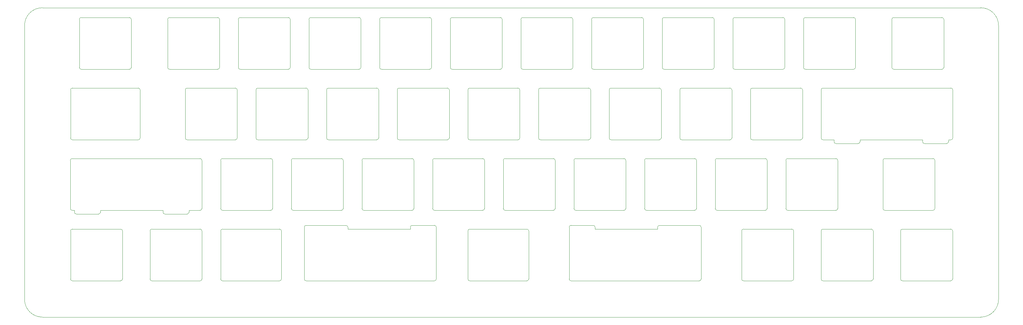
<source format=gm1>
%TF.GenerationSoftware,KiCad,Pcbnew,(6.0.0-0)*%
%TF.CreationDate,2023-01-26T13:02:57+01:00*%
%TF.ProjectId,litl_plate,6c69746c-5f70-46c6-9174-652e6b696361,rev?*%
%TF.SameCoordinates,Original*%
%TF.FileFunction,Profile,NP*%
%FSLAX46Y46*%
G04 Gerber Fmt 4.6, Leading zero omitted, Abs format (unit mm)*
G04 Created by KiCad (PCBNEW (6.0.0-0)) date 2023-01-26 13:02:57*
%MOMM*%
%LPD*%
G01*
G04 APERTURE LIST*
%TA.AperFunction,Profile*%
%ADD10C,0.050000*%
%TD*%
%TA.AperFunction,Profile*%
%ADD11C,0.100000*%
%TD*%
G04 APERTURE END LIST*
D10*
X269017500Y-88530000D02*
X234530000Y-88530000D01*
X166569999Y-140630000D02*
X201150000Y-140630000D01*
X56550000Y-121575000D02*
X56550500Y-122070000D01*
X66550000Y-107570000D02*
X32062500Y-107570000D01*
X123249999Y-126130000D02*
X123249499Y-126625000D01*
X106389999Y-126130000D02*
G75*
G03*
X105885447Y-125630000I-504554J-4575D01*
G01*
X130240001Y-140130000D02*
X130240001Y-126120000D01*
X130240001Y-126120000D02*
G75*
G03*
X129740001Y-125620000I-500001J-1D01*
G01*
X123749999Y-125630000D02*
G75*
G03*
X123249999Y-126130000I1J-500001D01*
G01*
X129740001Y-140630000D02*
G75*
G03*
X130240001Y-140130000I-1J500001D01*
G01*
X105885447Y-125630000D02*
X95160000Y-125620000D01*
X123249499Y-126625000D02*
X106389000Y-126625000D01*
X95160000Y-140630000D02*
X129740001Y-140630000D01*
X95160000Y-125620000D02*
G75*
G03*
X94660000Y-126120000I1J-500001D01*
G01*
X129740001Y-125620000D02*
X123749999Y-125630000D01*
X106389000Y-126625000D02*
X106390000Y-126130000D01*
X94660000Y-126120000D02*
X94660000Y-140130000D01*
X94660000Y-140130000D02*
G75*
G03*
X95160000Y-140630000I500001J1D01*
G01*
X189920000Y-126130000D02*
X189921000Y-126625000D01*
X201150000Y-140630000D02*
G75*
G03*
X201650000Y-140130000I-1J500001D01*
G01*
X166569999Y-125620000D02*
G75*
G03*
X166069999Y-126120000I1J-500001D01*
G01*
X201650000Y-126120000D02*
G75*
G03*
X201150000Y-125620000I-500001J-1D01*
G01*
X173060001Y-126130000D02*
G75*
G03*
X172560001Y-125630000I-500001J-1D01*
G01*
X201150000Y-125620000D02*
X190424553Y-125630000D01*
X166069999Y-140130000D02*
G75*
G03*
X166569999Y-140630000I500001J1D01*
G01*
X189921000Y-126625000D02*
X173060501Y-126625000D01*
X173060501Y-126625000D02*
X173060001Y-126130000D01*
X201650000Y-140130000D02*
X201650000Y-126120000D01*
X190424553Y-125629999D02*
G75*
G03*
X189920000Y-126130000I2J-504576D01*
G01*
X172560001Y-125630000D02*
X166569999Y-125620000D01*
X166069999Y-126120000D02*
X166069999Y-140130000D01*
X269517500Y-89030000D02*
G75*
G03*
X269017500Y-88530000I-500001J-1D01*
G01*
X244501000Y-103030000D02*
X244500000Y-102535000D01*
X237490000Y-102535000D02*
X237490000Y-103027500D01*
X237490000Y-103027500D02*
G75*
G03*
X237990000Y-103527500I500001J1D01*
G01*
X234530000Y-102530000D02*
X237490000Y-102535000D01*
X268370250Y-103030000D02*
X268369750Y-102535000D01*
X268369750Y-102535000D02*
X269017500Y-102530000D01*
X234030000Y-102030000D02*
G75*
G03*
X234530000Y-102530000I500001J1D01*
G01*
X261369999Y-103030000D02*
G75*
G03*
X261869999Y-103530000I500001J1D01*
G01*
X237990000Y-103527500D02*
X243996447Y-103530000D01*
X267870250Y-103530000D02*
G75*
G03*
X268370250Y-103030000I-1J500001D01*
G01*
X244500000Y-102535000D02*
X261369499Y-102535000D01*
X243996447Y-103530001D02*
G75*
G03*
X244501000Y-103030000I-3J504577D01*
G01*
X261369499Y-102535000D02*
X261369999Y-103030000D01*
X234030000Y-89030000D02*
X234030000Y-102030000D01*
X269517500Y-102030000D02*
X269517500Y-89030000D01*
X234530000Y-88530000D02*
G75*
G03*
X234030000Y-89030000I1J-500001D01*
G01*
X269017500Y-102530000D02*
G75*
G03*
X269517500Y-102030000I-1J500001D01*
G01*
X261869999Y-103530000D02*
X267870250Y-103530000D01*
X63550500Y-122070000D02*
X63550000Y-121575000D01*
X63050500Y-122570000D02*
G75*
G03*
X63550500Y-122070000I-1J500001D01*
G01*
X39674500Y-122070000D02*
X39670000Y-121575000D01*
X39174500Y-122570000D02*
G75*
G03*
X39674500Y-122070000I-1J500001D01*
G01*
X31562500Y-108070000D02*
X31562500Y-121070000D01*
X31562500Y-121070000D02*
G75*
G03*
X32062500Y-121570000I500001J1D01*
G01*
X32062500Y-107570000D02*
G75*
G03*
X31562500Y-108070000I1J-500001D01*
G01*
X32674500Y-121575000D02*
X32674500Y-122070000D01*
X67050000Y-108070000D02*
G75*
G03*
X66550000Y-107570000I-500001J-1D01*
G01*
X63550000Y-121575000D02*
X66550000Y-121570000D01*
X33174500Y-122570000D02*
X39174500Y-122570000D01*
X32674500Y-122070000D02*
G75*
G03*
X33174500Y-122570000I500001J1D01*
G01*
X57050500Y-122570000D02*
X63050500Y-122570000D01*
X67050000Y-121070000D02*
X67050000Y-108070000D01*
X39670000Y-121575000D02*
X56550000Y-121575000D01*
X66550000Y-121570000D02*
G75*
G03*
X67050000Y-121070000I-1J500001D01*
G01*
X32062500Y-121570000D02*
X32674500Y-121575000D01*
X56550500Y-122070000D02*
G75*
G03*
X57050500Y-122570000I500000J0D01*
G01*
X49890000Y-88530000D02*
X32115000Y-88530000D01*
X50390000Y-89030000D02*
G75*
G03*
X49890000Y-88530000I-500001J-1D01*
G01*
X32115000Y-88530000D02*
G75*
G03*
X31615000Y-89030000I1J-500001D01*
G01*
X50390000Y-102030000D02*
X50390000Y-89030000D01*
X31615000Y-89030000D02*
X31615000Y-102030000D01*
X49890000Y-102530000D02*
G75*
G03*
X50390000Y-102030000I-1J500001D01*
G01*
X32115000Y-102530000D02*
X49890000Y-102530000D01*
X31615000Y-102030000D02*
G75*
G03*
X32115000Y-102530000I500001J1D01*
G01*
X155160000Y-127130000D02*
G75*
G03*
X154660000Y-126630000I-500001J-1D01*
G01*
X139272500Y-140630000D02*
X154660000Y-140630000D01*
X154660000Y-140630000D02*
G75*
G03*
X155160000Y-140130000I-1J500001D01*
G01*
X155160000Y-140130000D02*
X155160000Y-127130000D01*
X138772500Y-140130000D02*
G75*
G03*
X139272500Y-140630000I500001J1D01*
G01*
X154660000Y-126630000D02*
X139272500Y-126630000D01*
X139272500Y-126630000D02*
G75*
G03*
X138772500Y-127130000I1J-500001D01*
G01*
X138772500Y-127130000D02*
X138772500Y-140130000D01*
X87987500Y-140630000D02*
G75*
G03*
X88487500Y-140130000I-1J500001D01*
G01*
X72600000Y-140630000D02*
X87987500Y-140630000D01*
X88487500Y-140130000D02*
X88487500Y-127130000D01*
X87987500Y-126630000D02*
X72600000Y-126630000D01*
X88487500Y-127130000D02*
G75*
G03*
X87987500Y-126630000I-500001J-1D01*
G01*
X72100000Y-140130000D02*
G75*
G03*
X72600000Y-140630000I500001J1D01*
G01*
X72600000Y-126630000D02*
G75*
G03*
X72100000Y-127130000I0J-500000D01*
G01*
X72100000Y-127130000D02*
X72100000Y-140130000D01*
X31620000Y-140130000D02*
G75*
G03*
X32120000Y-140630000I500001J1D01*
G01*
X45620000Y-127130000D02*
G75*
G03*
X45120000Y-126630000I-500001J-1D01*
G01*
X45120000Y-140630000D02*
G75*
G03*
X45620000Y-140130000I-1J500001D01*
G01*
X45620000Y-140130000D02*
X45620000Y-127130000D01*
X32120000Y-126630000D02*
G75*
G03*
X31620000Y-127130000I1J-500001D01*
G01*
X31620000Y-127130000D02*
X31620000Y-140130000D01*
X32120000Y-140630000D02*
X45120000Y-140630000D01*
X45120000Y-126630000D02*
X32120000Y-126630000D01*
X53050001Y-127129999D02*
X53050001Y-140129999D01*
X66550001Y-140629999D02*
G75*
G03*
X67050001Y-140129999I-1J500001D01*
G01*
X53050001Y-140129999D02*
G75*
G03*
X53550001Y-140629999I500001J1D01*
G01*
X53550001Y-126629999D02*
G75*
G03*
X53050001Y-127129999I1J-500001D01*
G01*
X66550001Y-126629999D02*
X53550001Y-126629999D01*
X67050001Y-127129999D02*
G75*
G03*
X66550001Y-126629999I-500001J-1D01*
G01*
X53550001Y-140629999D02*
X66550001Y-140629999D01*
X67050001Y-140129999D02*
X67050001Y-127129999D01*
X213090001Y-140629999D02*
X226090001Y-140629999D01*
X226090001Y-140629999D02*
G75*
G03*
X226590001Y-140129999I-1J500001D01*
G01*
X226090001Y-126629999D02*
X213090001Y-126629999D01*
X212590001Y-140129999D02*
G75*
G03*
X213090001Y-140629999I500001J1D01*
G01*
X226590001Y-127129999D02*
G75*
G03*
X226090001Y-126629999I-500001J-1D01*
G01*
X213090001Y-126629999D02*
G75*
G03*
X212590001Y-127129999I1J-500001D01*
G01*
X212590001Y-127129999D02*
X212590001Y-140129999D01*
X226590001Y-140129999D02*
X226590001Y-127129999D01*
X234530001Y-140629999D02*
X247530001Y-140629999D01*
X247530001Y-126629999D02*
X234530001Y-126629999D01*
X234030001Y-127129999D02*
X234030001Y-140129999D01*
X248030001Y-140129999D02*
X248030001Y-127129999D01*
X248030001Y-127129999D02*
G75*
G03*
X247530001Y-126629999I-500001J-1D01*
G01*
X247530001Y-140629999D02*
G75*
G03*
X248030001Y-140129999I-1J500001D01*
G01*
X234030001Y-140129999D02*
G75*
G03*
X234530001Y-140629999I500001J1D01*
G01*
X234530001Y-126629999D02*
G75*
G03*
X234030001Y-127129999I1J-500001D01*
G01*
X269450000Y-127130000D02*
G75*
G03*
X268950000Y-126630000I-500001J-1D01*
G01*
X255950000Y-126630000D02*
G75*
G03*
X255450000Y-127130000I1J-500001D01*
G01*
X268950000Y-126630000D02*
X255950000Y-126630000D01*
X269450000Y-140130000D02*
X269450000Y-127130000D01*
X268950000Y-140630000D02*
G75*
G03*
X269450000Y-140130000I-1J500001D01*
G01*
X255950000Y-140630000D02*
X268950000Y-140630000D01*
X255450000Y-140130000D02*
G75*
G03*
X255950000Y-140630000I500001J1D01*
G01*
X255450000Y-127130000D02*
X255450000Y-140130000D01*
X264690000Y-108070000D02*
G75*
G03*
X264190000Y-107570000I-500001J-1D01*
G01*
X251190000Y-107570000D02*
G75*
G03*
X250690000Y-108070000I1J-500001D01*
G01*
X264190000Y-107570000D02*
X251190000Y-107570000D01*
X264690000Y-121070000D02*
X264690000Y-108070000D01*
X264190000Y-121570000D02*
G75*
G03*
X264690000Y-121070000I-1J500001D01*
G01*
X251190000Y-121570000D02*
X264190000Y-121570000D01*
X250690000Y-121070000D02*
G75*
G03*
X251190000Y-121570000I500001J1D01*
G01*
X250690000Y-108070000D02*
X250690000Y-121070000D01*
X238500000Y-108070000D02*
G75*
G03*
X238000000Y-107570000I-500001J-1D01*
G01*
X225000000Y-107570000D02*
G75*
G03*
X224500000Y-108070000I1J-500001D01*
G01*
X238000000Y-107570000D02*
X225000000Y-107570000D01*
X238500000Y-121070000D02*
X238500000Y-108070000D01*
X238000000Y-121570000D02*
G75*
G03*
X238500000Y-121070000I-1J500001D01*
G01*
X225000000Y-121570000D02*
X238000000Y-121570000D01*
X224500000Y-121070000D02*
G75*
G03*
X225000000Y-121570000I500001J1D01*
G01*
X224500000Y-108070000D02*
X224500000Y-121070000D01*
X219450000Y-108070000D02*
G75*
G03*
X218950000Y-107570000I-500001J-1D01*
G01*
X205950000Y-107570000D02*
G75*
G03*
X205450000Y-108070000I1J-500001D01*
G01*
X218950000Y-107570000D02*
X205950000Y-107570000D01*
X219450000Y-121070000D02*
X219450000Y-108070000D01*
X218950000Y-121570000D02*
G75*
G03*
X219450000Y-121070000I-1J500001D01*
G01*
X205950000Y-121570000D02*
X218950000Y-121570000D01*
X205450000Y-121070000D02*
G75*
G03*
X205950000Y-121570000I500001J1D01*
G01*
X205450000Y-108070000D02*
X205450000Y-121070000D01*
X200400000Y-108070000D02*
G75*
G03*
X199900000Y-107570000I-500001J-1D01*
G01*
X186900000Y-107570000D02*
G75*
G03*
X186400000Y-108070000I1J-500001D01*
G01*
X199900000Y-107570000D02*
X186900000Y-107570000D01*
X200400000Y-121070000D02*
X200400000Y-108070000D01*
X199900000Y-121570000D02*
G75*
G03*
X200400000Y-121070000I-1J500001D01*
G01*
X186900000Y-121570000D02*
X199900000Y-121570000D01*
X186400000Y-121070000D02*
G75*
G03*
X186900000Y-121570000I500001J1D01*
G01*
X186400000Y-108070000D02*
X186400000Y-121070000D01*
X181350000Y-108070000D02*
G75*
G03*
X180850000Y-107570000I-500001J-1D01*
G01*
X167850000Y-107570000D02*
G75*
G03*
X167350000Y-108070000I1J-500001D01*
G01*
X180850000Y-107570000D02*
X167850000Y-107570000D01*
X181350000Y-121070000D02*
X181350000Y-108070000D01*
X180850000Y-121570000D02*
G75*
G03*
X181350000Y-121070000I-1J500001D01*
G01*
X167850000Y-121570000D02*
X180850000Y-121570000D01*
X167350000Y-121070000D02*
G75*
G03*
X167850000Y-121570000I500001J1D01*
G01*
X167350000Y-108070000D02*
X167350000Y-121070000D01*
X162300000Y-108070000D02*
G75*
G03*
X161800000Y-107570000I-500001J-1D01*
G01*
X148800000Y-107570000D02*
G75*
G03*
X148300000Y-108070000I1J-500001D01*
G01*
X161800000Y-107570000D02*
X148800000Y-107570000D01*
X162300000Y-121070000D02*
X162300000Y-108070000D01*
X161800000Y-121570000D02*
G75*
G03*
X162300000Y-121070000I-1J500001D01*
G01*
X148800000Y-121570000D02*
X161800000Y-121570000D01*
X148300000Y-121070000D02*
G75*
G03*
X148800000Y-121570000I500001J1D01*
G01*
X148300000Y-108070000D02*
X148300000Y-121070000D01*
X143250000Y-108070000D02*
G75*
G03*
X142750000Y-107570000I-500001J-1D01*
G01*
X129750000Y-107570000D02*
G75*
G03*
X129250000Y-108070000I1J-500001D01*
G01*
X142750000Y-107570000D02*
X129750000Y-107570000D01*
X143250000Y-121070000D02*
X143250000Y-108070000D01*
X142750000Y-121570000D02*
G75*
G03*
X143250000Y-121070000I-1J500001D01*
G01*
X129750000Y-121570000D02*
X142750000Y-121570000D01*
X129250000Y-121070000D02*
G75*
G03*
X129750000Y-121570000I500001J1D01*
G01*
X129250000Y-108070000D02*
X129250000Y-121070000D01*
X124200000Y-108070000D02*
G75*
G03*
X123700000Y-107570000I-500001J-1D01*
G01*
X110700000Y-107570000D02*
G75*
G03*
X110200000Y-108070000I1J-500001D01*
G01*
X123700000Y-107570000D02*
X110700000Y-107570000D01*
X124200000Y-121070000D02*
X124200000Y-108070000D01*
X123700000Y-121570000D02*
G75*
G03*
X124200000Y-121070000I-1J500001D01*
G01*
X110700000Y-121570000D02*
X123700000Y-121570000D01*
X110200000Y-121070000D02*
G75*
G03*
X110700000Y-121570000I500001J1D01*
G01*
X110200000Y-108070000D02*
X110200000Y-121070000D01*
X105150000Y-108070000D02*
G75*
G03*
X104650000Y-107570000I-500001J-1D01*
G01*
X91650000Y-107570000D02*
G75*
G03*
X91150000Y-108070000I1J-500001D01*
G01*
X104650000Y-107570000D02*
X91650000Y-107570000D01*
X105150000Y-121070000D02*
X105150000Y-108070000D01*
X104650000Y-121570000D02*
G75*
G03*
X105150000Y-121070000I-1J500001D01*
G01*
X91650000Y-121570000D02*
X104650000Y-121570000D01*
X91150000Y-121070000D02*
G75*
G03*
X91650000Y-121570000I500001J1D01*
G01*
X91150000Y-108070000D02*
X91150000Y-121070000D01*
X86100000Y-108070000D02*
G75*
G03*
X85600000Y-107570000I-500001J-1D01*
G01*
X72600000Y-107570000D02*
G75*
G03*
X72100000Y-108070000I1J-500001D01*
G01*
X85600000Y-107570000D02*
X72600000Y-107570000D01*
X86100000Y-121070000D02*
X86100000Y-108070000D01*
X85600000Y-121570000D02*
G75*
G03*
X86100000Y-121070000I-1J500001D01*
G01*
X72600000Y-121570000D02*
X85600000Y-121570000D01*
X72100000Y-121070000D02*
G75*
G03*
X72600000Y-121570000I500001J1D01*
G01*
X72100000Y-108070000D02*
X72100000Y-121070000D01*
X228980000Y-89030000D02*
G75*
G03*
X228480000Y-88530000I-500001J-1D01*
G01*
X215480000Y-88530000D02*
G75*
G03*
X214980000Y-89030000I1J-500001D01*
G01*
X228480000Y-88530000D02*
X215480000Y-88530000D01*
X228980000Y-102030000D02*
X228980000Y-89030000D01*
X228480000Y-102530000D02*
G75*
G03*
X228980000Y-102030000I-1J500001D01*
G01*
X215480000Y-102530000D02*
X228480000Y-102530000D01*
X214980000Y-102030000D02*
G75*
G03*
X215480000Y-102530000I500001J1D01*
G01*
X214980000Y-89030000D02*
X214980000Y-102030000D01*
X209930000Y-89030000D02*
G75*
G03*
X209430000Y-88530000I-500001J-1D01*
G01*
X196430000Y-88530000D02*
G75*
G03*
X195930000Y-89030000I1J-500001D01*
G01*
X209430000Y-88530000D02*
X196430000Y-88530000D01*
X209930000Y-102030000D02*
X209930000Y-89030000D01*
X209430000Y-102530000D02*
G75*
G03*
X209930000Y-102030000I-1J500001D01*
G01*
X196430000Y-102530000D02*
X209430000Y-102530000D01*
X195930000Y-102030000D02*
G75*
G03*
X196430000Y-102530000I500001J1D01*
G01*
X195930000Y-89030000D02*
X195930000Y-102030000D01*
X190880000Y-89030000D02*
G75*
G03*
X190380000Y-88530000I-500001J-1D01*
G01*
X177380000Y-88530000D02*
G75*
G03*
X176880000Y-89030000I1J-500001D01*
G01*
X190380000Y-88530000D02*
X177380000Y-88530000D01*
X190880000Y-102030000D02*
X190880000Y-89030000D01*
X190380000Y-102530000D02*
G75*
G03*
X190880000Y-102030000I-1J500001D01*
G01*
X177380000Y-102530000D02*
X190380000Y-102530000D01*
X176880000Y-102030000D02*
G75*
G03*
X177380000Y-102530000I500001J1D01*
G01*
X176880000Y-89030000D02*
X176880000Y-102030000D01*
X171830000Y-89030000D02*
G75*
G03*
X171330000Y-88530000I-500001J-1D01*
G01*
X158330000Y-88530000D02*
G75*
G03*
X157830000Y-89030000I1J-500001D01*
G01*
X171330000Y-88530000D02*
X158330000Y-88530000D01*
X171830000Y-102030000D02*
X171830000Y-89030000D01*
X171330000Y-102530000D02*
G75*
G03*
X171830000Y-102030000I-1J500001D01*
G01*
X158330000Y-102530000D02*
X171330000Y-102530000D01*
X157830000Y-102030000D02*
G75*
G03*
X158330000Y-102530000I500001J1D01*
G01*
X157830000Y-89030000D02*
X157830000Y-102030000D01*
X152770000Y-89030000D02*
G75*
G03*
X152270000Y-88530000I-500001J-1D01*
G01*
X139270000Y-88530000D02*
G75*
G03*
X138770000Y-89030000I1J-500001D01*
G01*
X152270000Y-88530000D02*
X139270000Y-88530000D01*
X152770000Y-102030000D02*
X152770000Y-89030000D01*
X152270000Y-102530000D02*
G75*
G03*
X152770000Y-102030000I-1J500001D01*
G01*
X139270000Y-102530000D02*
X152270000Y-102530000D01*
X138770000Y-102030000D02*
G75*
G03*
X139270000Y-102530000I500001J1D01*
G01*
X138770000Y-89030000D02*
X138770000Y-102030000D01*
X133730000Y-89030000D02*
G75*
G03*
X133230000Y-88530000I-500001J-1D01*
G01*
X120230000Y-88530000D02*
G75*
G03*
X119730000Y-89030000I1J-500001D01*
G01*
X133230000Y-88530000D02*
X120230000Y-88530000D01*
X133730000Y-102030000D02*
X133730000Y-89030000D01*
X133230000Y-102530000D02*
G75*
G03*
X133730000Y-102030000I-1J500001D01*
G01*
X120230000Y-102530000D02*
X133230000Y-102530000D01*
X119730000Y-102030000D02*
G75*
G03*
X120230000Y-102530000I500001J1D01*
G01*
X119730000Y-89030000D02*
X119730000Y-102030000D01*
X114680000Y-89030000D02*
G75*
G03*
X114180000Y-88530000I-500001J-1D01*
G01*
X101180000Y-88530000D02*
G75*
G03*
X100680000Y-89030000I1J-500001D01*
G01*
X114180000Y-88530000D02*
X101180000Y-88530000D01*
X114680000Y-102030000D02*
X114680000Y-89030000D01*
X114180000Y-102530000D02*
G75*
G03*
X114680000Y-102030000I-1J500001D01*
G01*
X101180000Y-102530000D02*
X114180000Y-102530000D01*
X100680000Y-102030000D02*
G75*
G03*
X101180000Y-102530000I500001J1D01*
G01*
X100680000Y-89030000D02*
X100680000Y-102030000D01*
X95630000Y-89030000D02*
G75*
G03*
X95130000Y-88530000I-500001J-1D01*
G01*
X82130000Y-88530000D02*
G75*
G03*
X81630000Y-89030000I1J-500001D01*
G01*
X95130000Y-88530000D02*
X82130000Y-88530000D01*
X95630000Y-102030000D02*
X95630000Y-89030000D01*
X95130000Y-102530000D02*
G75*
G03*
X95630000Y-102030000I-1J500001D01*
G01*
X82130000Y-102530000D02*
X95130000Y-102530000D01*
X81630000Y-102030000D02*
G75*
G03*
X82130000Y-102530000I500001J1D01*
G01*
X81630000Y-89030000D02*
X81630000Y-102030000D01*
X76570000Y-89030000D02*
G75*
G03*
X76070000Y-88530000I-500001J-1D01*
G01*
X63070000Y-88530000D02*
G75*
G03*
X62570000Y-89030000I1J-500001D01*
G01*
X76070000Y-88530000D02*
X63070000Y-88530000D01*
X76570000Y-102030000D02*
X76570000Y-89030000D01*
X76070000Y-102530000D02*
G75*
G03*
X76570000Y-102030000I-1J500001D01*
G01*
X63070000Y-102530000D02*
X76070000Y-102530000D01*
X62570000Y-102030000D02*
G75*
G03*
X63070000Y-102530000I500001J1D01*
G01*
X62570000Y-89030000D02*
X62570000Y-102030000D01*
X48000000Y-69970000D02*
G75*
G03*
X47500000Y-69470000I-500001J-1D01*
G01*
X34500000Y-69470000D02*
G75*
G03*
X34000000Y-69970000I1J-500001D01*
G01*
X47500000Y-69470000D02*
X34500000Y-69470000D01*
X48000000Y-82970000D02*
X48000000Y-69970000D01*
X47500000Y-83470000D02*
G75*
G03*
X48000000Y-82970000I-1J500001D01*
G01*
X34500000Y-83470000D02*
X47500000Y-83470000D01*
X34000000Y-82970000D02*
G75*
G03*
X34500000Y-83470000I500001J1D01*
G01*
X34000000Y-69970000D02*
X34000000Y-82970000D01*
X71810000Y-69970000D02*
G75*
G03*
X71310000Y-69470000I-500001J-1D01*
G01*
X58310000Y-69470000D02*
G75*
G03*
X57810000Y-69970000I1J-500001D01*
G01*
X71310000Y-69470000D02*
X58310000Y-69470000D01*
X71810000Y-82970000D02*
X71810000Y-69970000D01*
X71310000Y-83470000D02*
G75*
G03*
X71810000Y-82970000I-1J500001D01*
G01*
X58310000Y-83470000D02*
X71310000Y-83470000D01*
X57810000Y-82970000D02*
G75*
G03*
X58310000Y-83470000I500001J1D01*
G01*
X57810000Y-69970000D02*
X57810000Y-82970000D01*
X90860000Y-69970000D02*
G75*
G03*
X90360000Y-69470000I-500001J-1D01*
G01*
X77360000Y-69470000D02*
G75*
G03*
X76860000Y-69970000I1J-500001D01*
G01*
X90360000Y-69470000D02*
X77360000Y-69470000D01*
X90860000Y-82970000D02*
X90860000Y-69970000D01*
X90360000Y-83470000D02*
G75*
G03*
X90860000Y-82970000I-1J500001D01*
G01*
X77360000Y-83470000D02*
X90360000Y-83470000D01*
X76860000Y-82970000D02*
G75*
G03*
X77360000Y-83470000I500001J1D01*
G01*
X76860000Y-69970000D02*
X76860000Y-82970000D01*
X109910000Y-69970000D02*
G75*
G03*
X109410000Y-69470000I-500001J-1D01*
G01*
X96410000Y-69470000D02*
G75*
G03*
X95910000Y-69970000I1J-500001D01*
G01*
X109410000Y-69470000D02*
X96410000Y-69470000D01*
X109910000Y-82970000D02*
X109910000Y-69970000D01*
X109410000Y-83470000D02*
G75*
G03*
X109910000Y-82970000I-1J500001D01*
G01*
X96410000Y-83470000D02*
X109410000Y-83470000D01*
X95910000Y-82970000D02*
G75*
G03*
X96410000Y-83470000I500001J1D01*
G01*
X95910000Y-69970000D02*
X95910000Y-82970000D01*
X267080000Y-69970000D02*
G75*
G03*
X266580000Y-69470000I-500001J-1D01*
G01*
X253580000Y-69470000D02*
G75*
G03*
X253080000Y-69970000I1J-500001D01*
G01*
X266580000Y-69470000D02*
X253580000Y-69470000D01*
X267080000Y-82970000D02*
X267080000Y-69970000D01*
X266580000Y-83470000D02*
G75*
G03*
X267080000Y-82970000I-1J500001D01*
G01*
X253580000Y-83470000D02*
X266580000Y-83470000D01*
X253080000Y-82970000D02*
G75*
G03*
X253580000Y-83470000I500001J1D01*
G01*
X253080000Y-69970000D02*
X253080000Y-82970000D01*
X243270000Y-69970000D02*
G75*
G03*
X242770000Y-69470000I-500001J-1D01*
G01*
X229770000Y-69470000D02*
G75*
G03*
X229270000Y-69970000I1J-500001D01*
G01*
X242770000Y-69470000D02*
X229770000Y-69470000D01*
X243270000Y-82970000D02*
X243270000Y-69970000D01*
X242770000Y-83470000D02*
G75*
G03*
X243270000Y-82970000I-1J500001D01*
G01*
X229770000Y-83470000D02*
X242770000Y-83470000D01*
X229270000Y-82970000D02*
G75*
G03*
X229770000Y-83470000I500001J1D01*
G01*
X229270000Y-69970000D02*
X229270000Y-82970000D01*
X224220000Y-69970000D02*
G75*
G03*
X223720000Y-69470000I-500001J-1D01*
G01*
X210720000Y-69470000D02*
G75*
G03*
X210220000Y-69970000I1J-500001D01*
G01*
X223720000Y-69470000D02*
X210720000Y-69470000D01*
X224220000Y-82970000D02*
X224220000Y-69970000D01*
X223720000Y-83470000D02*
G75*
G03*
X224220000Y-82970000I-1J500001D01*
G01*
X210720000Y-83470000D02*
X223720000Y-83470000D01*
X210220000Y-82970000D02*
G75*
G03*
X210720000Y-83470000I500001J1D01*
G01*
X210220000Y-69970000D02*
X210220000Y-82970000D01*
X205170000Y-69970000D02*
G75*
G03*
X204670000Y-69470000I-500001J-1D01*
G01*
X191670000Y-69470000D02*
G75*
G03*
X191170000Y-69970000I1J-500001D01*
G01*
X204670000Y-69470000D02*
X191670000Y-69470000D01*
X205170000Y-82970000D02*
X205170000Y-69970000D01*
X204670000Y-83470000D02*
G75*
G03*
X205170000Y-82970000I-1J500001D01*
G01*
X191670000Y-83470000D02*
X204670000Y-83470000D01*
X191170000Y-82970000D02*
G75*
G03*
X191670000Y-83470000I500001J1D01*
G01*
X191170000Y-69970000D02*
X191170000Y-82970000D01*
X186110000Y-69970000D02*
G75*
G03*
X185610000Y-69470000I-500001J-1D01*
G01*
X172610000Y-69470000D02*
G75*
G03*
X172110000Y-69970000I1J-500001D01*
G01*
X185610000Y-69470000D02*
X172610000Y-69470000D01*
X186110000Y-82970000D02*
X186110000Y-69970000D01*
X185610000Y-83470000D02*
G75*
G03*
X186110000Y-82970000I-1J500001D01*
G01*
X172610000Y-83470000D02*
X185610000Y-83470000D01*
X172110000Y-82970000D02*
G75*
G03*
X172610000Y-83470000I500001J1D01*
G01*
X172110000Y-69970000D02*
X172110000Y-82970000D01*
X167060000Y-69970000D02*
G75*
G03*
X166560000Y-69470000I-500001J-1D01*
G01*
X153560000Y-69470000D02*
G75*
G03*
X153060000Y-69970000I1J-500001D01*
G01*
X166560000Y-69470000D02*
X153560000Y-69470000D01*
X167060000Y-82970000D02*
X167060000Y-69970000D01*
X166560000Y-83470000D02*
G75*
G03*
X167060000Y-82970000I-1J500001D01*
G01*
X153560000Y-83470000D02*
X166560000Y-83470000D01*
X153060000Y-82970000D02*
G75*
G03*
X153560000Y-83470000I500001J1D01*
G01*
X153060000Y-69970000D02*
X153060000Y-82970000D01*
X148010000Y-69970000D02*
G75*
G03*
X147510000Y-69470000I-500001J-1D01*
G01*
X134510000Y-69470000D02*
G75*
G03*
X134010000Y-69970000I1J-500001D01*
G01*
X147510000Y-69470000D02*
X134510000Y-69470000D01*
X148010000Y-82970000D02*
X148010000Y-69970000D01*
X147510000Y-83470000D02*
G75*
G03*
X148010000Y-82970000I-1J500001D01*
G01*
X134510000Y-83470000D02*
X147510000Y-83470000D01*
X134010000Y-82970000D02*
G75*
G03*
X134510000Y-83470000I500001J1D01*
G01*
X134010000Y-69970000D02*
X134010000Y-82970000D01*
X128960000Y-69970000D02*
G75*
G03*
X128460000Y-69470000I-500001J-1D01*
G01*
X115460000Y-69470000D02*
G75*
G03*
X114960000Y-69970000I1J-500001D01*
G01*
X128460000Y-69470000D02*
X115460000Y-69470000D01*
X128960000Y-82970000D02*
X128960000Y-69970000D01*
X128460000Y-83470000D02*
G75*
G03*
X128960000Y-82970000I-1J500001D01*
G01*
X115460000Y-83470000D02*
X128460000Y-83470000D01*
X114960000Y-82970000D02*
G75*
G03*
X115460000Y-83470000I500001J1D01*
G01*
X114960000Y-69970000D02*
X114960000Y-82970000D01*
D11*
X277075007Y-66850000D02*
X24000007Y-66850000D01*
X24000007Y-150412500D02*
X277075007Y-150412500D01*
X19225010Y-145637500D02*
G75*
G03*
X24000007Y-150412500I4774997J-3D01*
G01*
X277075007Y-150412497D02*
G75*
G03*
X281850007Y-145637500I3J4774997D01*
G01*
X19225007Y-145637500D02*
X19225007Y-71625000D01*
X281850007Y-145637500D02*
X281850007Y-71625000D01*
X24000007Y-66850003D02*
G75*
G03*
X19225007Y-71625000I-3J-4774997D01*
G01*
X281850004Y-71625000D02*
G75*
G03*
X277075007Y-66850000I-4774997J3D01*
G01*
M02*

</source>
